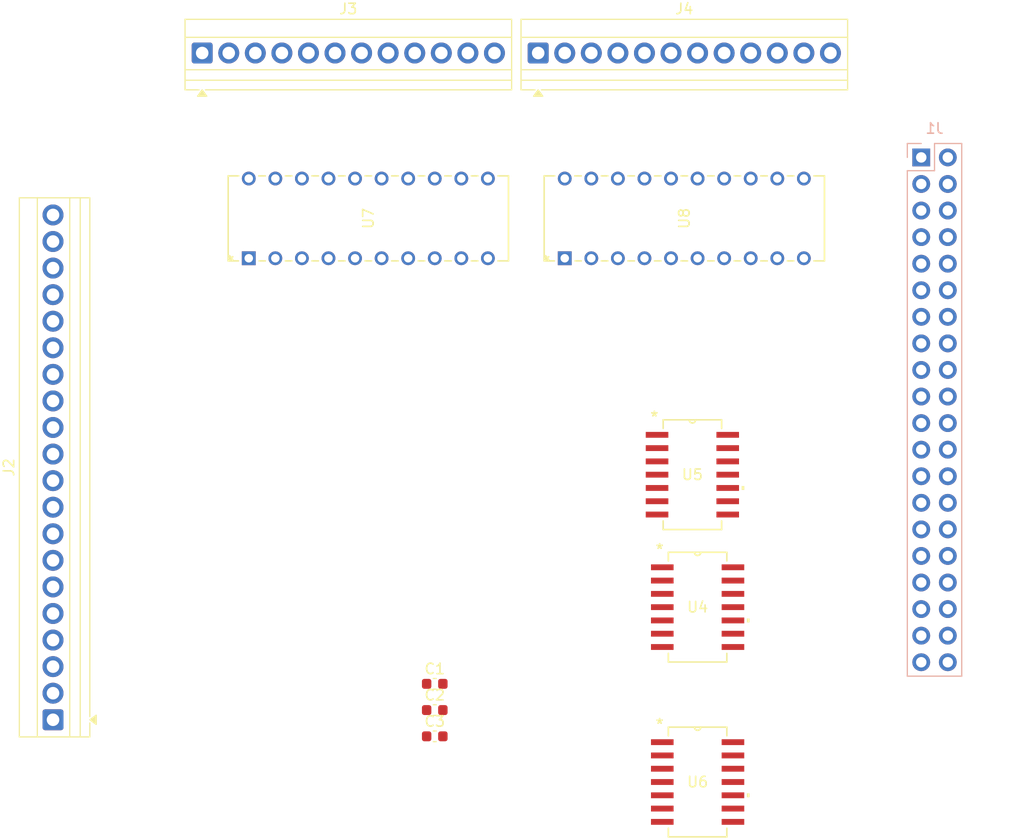
<source format=kicad_pcb>
(kicad_pcb (version 20241229) (generator "pcbnew") (generator_version "9.0")
  (layers (0 "F.Cu" signal) (2 "B.Cu" signal) (13 "F.Paste" user) (15 "B.Paste" user) (5 "F.SilkS" user "F.Silkscreen") (7 "B.SilkS" user "B.Silkscreen") (1 "F.Mask" user) (3 "B.Mask" user) (25 "Edge.Cuts" user))
  (net 0 "")
  (net 1 "GND")
  (net 2 "VCC")
  (net 5 "/cs3")
  (net 9 "/ls2")
  (net 13 "/cs1")
  (net 16 "/SCLK")
  (net 17 "/ls8")
  (net 21 "/ls9")
  (net 22 "/ls5")
  (net 24 "/ls6")
  (net 25 "/ls7")
  (net 28 "/ls3")
  (net 29 "/ls1")
  (net 34 "/cs2")
  (net 35 "/ls4")
  (net 36 "/SDI")
  (net 39 "/u3_w3")
  (net 40 "/u3_w6")
  (net 41 "/u2_w5")
  (net 42 "/u2_w3")
  (net 43 "/u1_w1")
  (net 44 "/u2_w2")
  (net 45 "/u1_w3")
  (net 46 "/u3_w1")
  (net 47 "/u3_w2")
  (net 48 "/u1_w2")
  (net 49 "/u2_w4")
  (net 50 "/u3_w5")
  (net 51 "/u1_w4")
  (net 52 "/u1_w5")
  (net 53 "/u1_w6")
  (net 54 "/u2_w1")
  (net 55 "/u2_w6")
  (net 56 "/u3_w4")
  (net 57 "/nc1")
  (net 58 "/no4")
  (net 59 "/nc4")
  (net 60 "/no3")
  (net 61 "/no2")
  (net 62 "/oc2")
  (net 63 "/no1")
  (net 64 "/nc3")
  (net 65 "/nc2")
  (net 66 "/oc4")
  (net 67 "/oc1")
  (net 68 "/nc7")
  (net 69 "/no5")
  (net 70 "/nc8")
  (net 71 "/oc8")
  (net 72 "/nc6")
  (net 73 "/no6")
  (net 74 "/no7")
  (net 75 "/oc7")
  (net 76 "/no8")
  (net 77 "/oc5")
  (net 78 "/nc5")
  (net 79 "/oc6")
  (net 80 "/sw1")
  (net 81 "/sw3")
  (net 82 "/sw2")
  (net 83 "/sw4")
  (net 84 "/sw5")
  (net 85 "/sw8")
  (net 86 "/sw7")
  (net 87 "/sw6")
  (footprint "asshat_lib:SN74AHCT125NSR_NS14" (layer "F.Cu") (at 148.6218 91.4736)
    (property "Reference" "U4" (at 0 0 0) (layer "F.SilkS"))
    (property "Value" "74AHCT125")
    (fp_line (start -2.794 -5.2451) (end -2.794 -4.42214) (stroke (width 0.1524)) (layer "F.SilkS"))
    (fp_line (start -2.794 4.42214) (end -2.794 5.2451) (stroke (width 0.1524)) (layer "F.SilkS"))
    (fp_line (start -2.794 5.2451) (end 2.794 5.2451) (stroke (width 0.1524)) (layer "F.SilkS"))
    (fp_line (start 2.794 -5.2451) (end -2.794 -5.2451) (stroke (width 0.1524)) (layer "F.SilkS"))
    (fp_line (start 2.794 -4.42214) (end 2.794 -5.2451) (stroke (width 0.1524)) (layer "F.SilkS"))
    (fp_line (start 2.794 5.2451) (end 2.794 4.42214) (stroke (width 0.1524)) (layer "F.SilkS"))
    (fp_arc (start 0.3048 -5.2451) (mid 0 -4.9403) (end -0.3048 -5.2451) (stroke (width 0.1524)) (layer "F.SilkS"))
    (fp_poly (pts (xy 4.9657 1.0795) (xy 4.9657 1.4605) (xy 4.7117 1.4605) (xy 4.7117 1.0795)) (fill yes) (layer "F.SilkS"))
    (fp_text user "*" (at -3.6322 -5.5118 0) (layer "F.SilkS"))
    (fp_text user "*" (at -3.6322 -5.5118 0) (layer "F.SilkS"))
    (pad "1" smd rect (at -3.3782 -3.81) (size 2.159 0.5588) (layers "F.Cu" "F.Mask" "F.Paste"))
    (pad "2" smd rect (at -3.3782 -2.54) (size 2.159 0.5588) (layers "F.Cu" "F.Mask" "F.Paste"))
    (pad "3" smd rect (at -3.3782 -1.27) (size 2.159 0.5588) (layers "F.Cu" "F.Mask" "F.Paste"))
    (pad "4" smd rect (at -3.3782 0) (size 2.159 0.5588) (layers "F.Cu" "F.Mask" "F.Paste"))
    (pad "5" smd rect (at -3.3782 1.27) (size 2.159 0.5588) (layers "F.Cu" "F.Mask" "F.Paste"))
    (pad "6" smd rect (at -3.3782 2.54) (size 2.159 0.5588) (layers "F.Cu" "F.Mask" "F.Paste"))
    (pad "7" smd rect (at -3.3782 3.81) (size 2.159 0.5588) (layers "F.Cu" "F.Mask" "F.Paste") (net 1 "GND"))
    (pad "8" smd rect (at 3.3782 3.81) (size 2.159 0.5588) (layers "F.Cu" "F.Mask" "F.Paste"))
    (pad "9" smd rect (at 3.3782 2.54) (size 2.159 0.5588) (layers "F.Cu" "F.Mask" "F.Paste"))
    (pad "10" smd rect (at 3.3782 1.27) (size 2.159 0.5588) (layers "F.Cu" "F.Mask" "F.Paste"))
    (pad "11" smd rect (at 3.3782 0) (size 2.159 0.5588) (layers "F.Cu" "F.Mask" "F.Paste"))
    (pad "12" smd rect (at 3.3782 -1.27) (size 2.159 0.5588) (layers "F.Cu" "F.Mask" "F.Paste"))
    (pad "13" smd rect (at 3.3782 -2.54) (size 2.159 0.5588) (layers "F.Cu" "F.Mask" "F.Paste"))
    (pad "14" smd rect (at 3.3782 -3.81) (size 2.159 0.5588) (layers "F.Cu" "F.Mask" "F.Paste") (net 2 "VCC"))
  )
  (footprint "Capacitor_SMD:C_0603_1608Metric" (layer "F.Cu") (at 123.4932 98.8033)
    (property "Reference" "C1" (at 0 -1.43 0) (layer "F.SilkS"))
    (property "Value" "C")
    (fp_line (start -0.14058 -0.51) (end 0.14058 -0.51) (stroke (width 0.12)) (layer "F.SilkS"))
    (fp_line (start -0.14058 0.51) (end 0.14058 0.51) (stroke (width 0.12)) (layer "F.SilkS"))
    (pad "1" smd roundrect (at -0.775 0) (size 0.9 0.95) (layers "F.Cu" "F.Mask" "F.Paste") (net 2 "VCC"))
    (pad "2" smd roundrect (at 0.775 0) (size 0.9 0.95) (layers "F.Cu" "F.Mask" "F.Paste") (net 1 "GND"))
  )
  (footprint "TerminalBlock:TerminalBlock_Xinya_XY308-2.54-20P_1x20_P2.54mm_Horizontal" (layer "F.Cu") (at 87 102.24 90)
    (property "Reference" "J2" (at 24.13 -4.22 90) (layer "F.SilkS"))
    (property "Value" "Screw_Terminal_01x20")
    (fp_line (start 49.9 -3.22) (end 49.9 3.52) (stroke (width 0.12)) (layer "F.SilkS"))
    (fp_line (start -1.64 -3.22) (end 49.9 -3.22) (stroke (width 0.12)) (layer "F.SilkS"))
    (fp_line (start -1.64 -1.5) (end 49.9 -1.5) (stroke (width 0.12)) (layer "F.SilkS"))
    (fp_line (start -1.64 1.6) (end 49.9 1.6) (stroke (width 0.12)) (layer "F.SilkS"))
    (fp_line (start -1.64 2.6) (end 49.9 2.6) (stroke (width 0.12)) (layer "F.SilkS"))
    (fp_line (start 49.9 3.52) (end 0.3 3.52) (stroke (width 0.12)) (layer "F.SilkS"))
    (fp_line (start -0.3 3.52) (end -1.64 3.52) (stroke (width 0.12)) (layer "F.SilkS"))
    (fp_line (start -1.64 3.52) (end -1.64 -3.22) (stroke (width 0.12)) (layer "F.SilkS"))
    (fp_poly (pts (xy 0 3.52) (xy 0.44 4.13) (xy -0.44 4.13)) (stroke (width 0.12)) (fill yes) (layer "F.SilkS"))
    (pad "1" thru_hole roundrect (at 0 0 90) (size 2 2) (drill 1.2) (layers "*.Cu" "*.Mask") (roundrect_rratio 0.125) (net 1 "GND"))
    (pad "2" thru_hole circle (at 2.54 0 90) (size 2 2) (drill 1.2) (layers "*.Cu" "*.Mask") (net 43 "/u1_w1"))
    (pad "3" thru_hole circle (at 5.08 0 90) (size 2 2) (drill 1.2) (layers "*.Cu" "*.Mask") (net 48 "/u1_w2"))
    (pad "4" thru_hole circle (at 7.62 0 90) (size 2 2) (drill 1.2) (layers "*.Cu" "*.Mask") (net 45 "/u1_w3"))
    (pad "5" thru_hole circle (at 10.16 0 90) (size 2 2) (drill 1.2) (layers "*.Cu" "*.Mask") (net 51 "/u1_w4"))
    (pad "6" thru_hole circle (at 12.7 0 90) (size 2 2) (drill 1.2) (layers "*.Cu" "*.Mask") (net 52 "/u1_w5"))
    (pad "7" thru_hole circle (at 15.24 0 90) (size 2 2) (drill 1.2) (layers "*.Cu" "*.Mask") (net 53 "/u1_w6"))
    (pad "8" thru_hole circle (at 17.78 0 90) (size 2 2) (drill 1.2) (layers "*.Cu" "*.Mask") (net 54 "/u2_w1"))
    (pad "9" thru_hole circle (at 20.32 0 90) (size 2 2) (drill 1.2) (layers "*.Cu" "*.Mask") (net 44 "/u2_w2"))
    (pad "10" thru_hole circle (at 22.86 0 90) (size 2 2) (drill 1.2) (layers "*.Cu" "*.Mask") (net 42 "/u2_w3"))
    (pad "11" thru_hole circle (at 25.4 0 90) (size 2 2) (drill 1.2) (layers "*.Cu" "*.Mask") (net 49 "/u2_w4"))
    (pad "12" thru_hole circle (at 27.94 0 90) (size 2 2) (drill 1.2) (layers "*.Cu" "*.Mask") (net 41 "/u2_w5"))
    (pad "13" thru_hole circle (at 30.48 0 90) (size 2 2) (drill 1.2) (layers "*.Cu" "*.Mask") (net 55 "/u2_w6"))
    (pad "14" thru_hole circle (at 33.02 0 90) (size 2 2) (drill 1.2) (layers "*.Cu" "*.Mask") (net 46 "/u3_w1"))
    (pad "15" thru_hole circle (at 35.56 0 90) (size 2 2) (drill 1.2) (layers "*.Cu" "*.Mask") (net 47 "/u3_w2"))
    (pad "16" thru_hole circle (at 38.1 0 90) (size 2 2) (drill 1.2) (layers "*.Cu" "*.Mask") (net 39 "/u3_w3"))
    (pad "17" thru_hole circle (at 40.64 0 90) (size 2 2) (drill 1.2) (layers "*.Cu" "*.Mask") (net 56 "/u3_w4"))
    (pad "18" thru_hole circle (at 43.18 0 90) (size 2 2) (drill 1.2) (layers "*.Cu" "*.Mask") (net 50 "/u3_w5"))
    (pad "19" thru_hole circle (at 45.72 0 90) (size 2 2) (drill 1.2) (layers "*.Cu" "*.Mask") (net 40 "/u3_w6"))
    (pad "20" thru_hole circle (at 48.26 0 90) (size 2 2) (drill 1.2) (layers "*.Cu" "*.Mask") (net 1 "GND"))
  )
  (footprint "TerminalBlock:TerminalBlock_Xinya_XY308-2.54-12P_1x12_P2.54mm_Horizontal" (layer "F.Cu") (at 101.26 38.5)
    (property "Reference" "J3" (at 13.97 -4.22 0) (layer "F.SilkS"))
    (property "Value" "Screw_Terminal_01x12")
    (fp_line (start -1.64 -3.22) (end 29.58 -3.22) (stroke (width 0.12)) (layer "F.SilkS"))
    (fp_line (start -1.64 -1.5) (end 29.58 -1.5) (stroke (width 0.12)) (layer "F.SilkS"))
    (fp_line (start -1.64 1.6) (end 29.58 1.6) (stroke (width 0.12)) (layer "F.SilkS"))
    (fp_line (start -1.64 2.6) (end 29.58 2.6) (stroke (width 0.12)) (layer "F.SilkS"))
    (fp_line (start -1.64 3.52) (end -1.64 -3.22) (stroke (width 0.12)) (layer "F.SilkS"))
    (fp_line (start -0.3 3.52) (end -1.64 3.52) (stroke (width 0.12)) (layer "F.SilkS"))
    (fp_line (start 29.58 -3.22) (end 29.58 3.52) (stroke (width 0.12)) (layer "F.SilkS"))
    (fp_line (start 29.58 3.52) (end 0.3 3.52) (stroke (width 0.12)) (layer "F.SilkS"))
    (fp_poly (pts (xy 0 3.52) (xy 0.44 4.13) (xy -0.44 4.13)) (stroke (width 0.12)) (fill yes) (layer "F.SilkS"))
    (pad "1" thru_hole roundrect (at 0 0) (size 2 2) (drill 1.2) (layers "*.Cu" "*.Mask") (roundrect_rratio 0.125) (net 67 "/oc1"))
    (pad "2" thru_hole circle (at 2.54 0) (size 2 2) (drill 1.2) (layers "*.Cu" "*.Mask") (net 57 "/nc1"))
    (pad "3" thru_hole circle (at 5.08 0) (size 2 2) (drill 1.2) (layers "*.Cu" "*.Mask") (net 63 "/no1"))
    (pad "4" thru_hole circle (at 7.62 0) (size 2 2) (drill 1.2) (layers "*.Cu" "*.Mask") (net 62 "/oc2"))
    (pad "5" thru_hole circle (at 10.16 0) (size 2 2) (drill 1.2) (layers "*.Cu" "*.Mask") (net 65 "/nc2"))
    (pad "6" thru_hole circle (at 12.7 0) (size 2 2) (drill 1.2) (layers "*.Cu" "*.Mask") (net 61 "/no2"))
    (pad "7" thru_hole circle (at 15.24 0) (size 2 2) (drill 1.2) (layers "*.Cu" "*.Mask") (net 64 "/nc3"))
    (pad "8" thru_hole circle (at 17.78 0) (size 2 2) (drill 1.2) (layers "*.Cu" "*.Mask") (net 64 "/nc3"))
    (pad "9" thru_hole circle (at 20.32 0) (size 2 2) (drill 1.2) (layers "*.Cu" "*.Mask") (net 60 "/no3"))
    (pad "10" thru_hole circle (at 22.86 0) (size 2 2) (drill 1.2) (layers "*.Cu" "*.Mask") (net 66 "/oc4"))
    (pad "11" thru_hole circle (at 25.4 0) (size 2 2) (drill 1.2) (layers "*.Cu" "*.Mask") (net 59 "/nc4"))
    (pad "12" thru_hole circle (at 27.94 0) (size 2 2) (drill 1.2) (layers "*.Cu" "*.Mask") (net 58 "/no4"))
  )
  (footprint "asshat_lib:MAX333CPP_" (layer "F.Cu") (at 105.7132 58.12 90)
    (property "Reference" "U7" (at 3.81 11.43 90) (layer "F.SilkS"))
    (property "Value" "MAX333A")
    (fp_line (start 7.874 -1.9685) (end -0.254 -1.9685) (stroke (width 0.1524)) (layer "F.SilkS"))
    (fp_line (start -0.254 -1.9685) (end -0.254 -0.99314) (stroke (width 0.1524)) (layer "F.SilkS"))
    (fp_line (start 7.874 -0.96011) (end 7.874 -1.9685) (stroke (width 0.1524)) (layer "F.SilkS"))
    (fp_line (start -0.254 0.99314) (end -0.254 1.57989) (stroke (width 0.1524)) (layer "F.SilkS"))
    (fp_line (start 7.874 1.57989) (end 7.874 0.96011) (stroke (width 0.1524)) (layer "F.SilkS"))
    (fp_line (start -0.254 3.50011) (end -0.254 4.11989) (stroke (width 0.1524)) (layer "F.SilkS"))
    (fp_line (start 7.874 4.11989) (end 7.874 3.50011) (stroke (width 0.1524)) (layer "F.SilkS"))
    (fp_line (start -0.254 6.04011) (end -0.254 6.65989) (stroke (width 0.1524)) (layer "F.SilkS"))
    (fp_line (start 7.874 6.65989) (end 7.874 6.04011) (stroke (width 0.1524)) (layer "F.SilkS"))
    (fp_line (start -0.254 8.58011) (end -0.254 9.19989) (stroke (width 0.1524)) (layer "F.SilkS"))
    (fp_line (start 7.874 9.19989) (end 7.874 8.58011) (stroke (width 0.1524)) (layer "F.SilkS"))
    (fp_line (start -0.254 11.12011) (end -0.254 11.73989) (stroke (width 0.1524)) (layer "F.SilkS"))
    (fp_line (start 7.874 11.73989) (end 7.874 11.12011) (stroke (width 0.1524)) (layer "F.SilkS"))
    (fp_line (start -0.254 13.66011) (end -0.254 14.27989) (stroke (width 0.1524)) (layer "F.SilkS"))
    (fp_line (start 7.874 14.27989) (end 7.874 13.66011) (stroke (width 0.1524)) (layer "F.SilkS"))
    (fp_line (start -0.254 16.20011) (end -0.254 16.81989) (stroke (width 0.1524)) (layer "F.SilkS"))
    (fp_line (start 7.874 16.81989) (end 7.874 16.20011) (stroke (width 0.1524)) (layer "F.SilkS"))
    (fp_line (start -0.254 18.74011) (end -0.254 19.35989) (stroke (width 0.1524)) (layer "F.SilkS"))
    (fp_line (start 7.874 19.35989) (end 7.874 18.74011) (stroke (width 0.1524)) (layer "F.SilkS"))
    (fp_line (start -0.254 21.28011) (end -0.254 21.89989) (stroke (width 0.1524)) (layer "F.SilkS"))
    (fp_line (start 7.874 21.89989) (end 7.874 21.28011) (stroke (width 0.1524)) (layer "F.SilkS"))
    (fp_line (start -0.254 23.82011) (end -0.254 24.8285) (stroke (width 0.1524)) (layer "F.SilkS"))
    (fp_line (start 7.874 24.8285) (end 7.874 23.82011) (stroke (width 0.1524)) (layer "F.SilkS"))
    (fp_line (start -0.254 24.8285) (end 7.874 24.8285) (stroke (width 0.1524)) (layer "F.SilkS"))
    (fp_text user "*" (at 0 -1.4224 90) (layer "F.SilkS"))
    (fp_text user "*" (at 0 -1.4224 90) (layer "F.SilkS"))
    (pad "1" thru_hole rect (at 0 0 90) (size 1.3208 1.3208) (drill 0.8128) (layers "*.Cu" "*.Mask") (net 80 "/sw1"))
    (pad "2" thru_hole circle (at 0 2.54 90) (size 1.3208 1.3208) (drill 0.8128) (layers "*.Cu" "*.Mask") (net 63 "/no1"))
    (pad "3" thru_hole circle (at 0 5.08 90) (size 1.3208 1.3208) (drill 0.8128) (layers "*.Cu" "*.Mask") (net 67 "/oc1"))
    (pad "4" thru_hole circle (at 0 7.62 90) (size 1.3208 1.3208) (drill 0.8128) (layers "*.Cu" "*.Mask") (net 57 "/nc1"))
    (pad "5" thru_hole circle (at 0 10.16 90) (size 1.3208 1.3208) (drill 0.8128) (layers "*.Cu" "*.Mask") (net 1 "GND"))
    (pad "6" thru_hole circle (at 0 12.7 90) (size 1.3208 1.3208) (drill 0.8128) (layers "*.Cu" "*.Mask") (net 1 "GND"))
    (pad "7" thru_hole circle (at 0 15.24 90) (size 1.3208 1.3208) (drill 0.8128) (layers "*.Cu" "*.Mask") (net 65 "/nc2"))
    (pad "8" thru_hole circle (at 0 17.78 90) (size 1.3208 1.3208) (drill 0.8128) (layers "*.Cu" "*.Mask") (net 62 "/oc2"))
    (pad "9" thru_hole circle (at 0 20.32 90) (size 1.3208 1.3208) (drill 0.8128) (layers "*.Cu" "*.Mask") (net 61 "/no2"))
    (pad "10" thru_hole circle (at 0 22.86 90) (size 1.3208 1.3208) (drill 0.8128) (layers "*.Cu" "*.Mask") (net 82 "/sw2"))
    (pad "11" thru_hole circle (at 7.62 22.86 90) (size 1.3208 1.3208) (drill 0.8128) (layers "*.Cu" "*.Mask") (net 81 "/sw3"))
    (pad "12" thru_hole circle (at 7.62 20.32 90) (size 1.3208 1.3208) (drill 0.8128) (layers "*.Cu" "*.Mask") (net 60 "/no3"))
    (pad "13" thru_hole circle (at 7.62 17.78 90) (size 1.3208 1.3208) (drill 0.8128) (layers "*.Cu" "*.Mask") (net 64 "/nc3"))
    (pad "14" thru_hole circle (at 7.62 15.24 90) (size 1.3208 1.3208) (drill 0.8128) (layers "*.Cu" "*.Mask") (net 64 "/nc3"))
    (pad "15" thru_hole circle (at 7.62 12.7 90) (size 1.3208 1.3208) (drill 0.8128) (layers "*.Cu" "*.Mask"))
    (pad "16" thru_hole circle (at 7.62 10.16 90) (size 1.3208 1.3208) (drill 0.8128) (layers "*.Cu" "*.Mask") (net 2 "VCC"))
    (pad "17" thru_hole circle (at 7.62 7.62 90) (size 1.3208 1.3208) (drill 0.8128) (layers "*.Cu" "*.Mask") (net 59 "/nc4"))
    (pad "18" thru_hole circle (at 7.62 5.08 90) (size 1.3208 1.3208) (drill 0.8128) (layers "*.Cu" "*.Mask") (net 66 "/oc4"))
    (pad "19" thru_hole circle (at 7.62 2.54 90) (size 1.3208 1.3208) (drill 0.8128) (layers "*.Cu" "*.Mask") (net 58 "/no4"))
    (pad "20" thru_hole circle (at 7.62 0 90) (size 1.3208 1.3208) (drill 0.8128) (layers "*.Cu" "*.Mask") (net 83 "/sw4"))
  )
  (footprint "TerminalBlock:TerminalBlock_Xinya_XY308-2.54-12P_1x12_P2.54mm_Horizontal" (layer "F.Cu") (at 133.38 38.5)
    (property "Reference" "J4" (at 13.97 -4.22 0) (layer "F.SilkS"))
    (property "Value" "Screw_Terminal_01x12")
    (fp_line (start -1.64 -3.22) (end 29.58 -3.22) (stroke (width 0.12)) (layer "F.SilkS"))
    (fp_line (start -1.64 -1.5) (end 29.58 -1.5) (stroke (width 0.12)) (layer "F.SilkS"))
    (fp_line (start -1.64 1.6) (end 29.58 1.6) (stroke (width 0.12)) (layer "F.SilkS"))
    (fp_line (start -1.64 2.6) (end 29.58 2.6) (stroke (width 0.12)) (layer "F.SilkS"))
    (fp_line (start -1.64 3.52) (end -1.64 -3.22) (stroke (width 0.12)) (layer "F.SilkS"))
    (fp_line (start -0.3 3.52) (end -1.64 3.52) (stroke (width 0.12)) (layer "F.SilkS"))
    (fp_line (start 29.58 -3.22) (end 29.58 3.52) (stroke (width 0.12)) (layer "F.SilkS"))
    (fp_line (start 29.58 3.52) (end 0.3 3.52) (stroke (width 0.12)) (layer "F.SilkS"))
    (fp_poly (pts (xy 0 3.52) (xy 0.44 4.13) (xy -0.44 4.13)) (stroke (width 0.12)) (fill yes) (layer "F.SilkS"))
    (pad "1" thru_hole roundrect (at 0 0) (size 2 2) (drill 1.2) (layers "*.Cu" "*.Mask") (roundrect_rratio 0.125) (net 77 "/oc5"))
    (pad "2" thru_hole circle (at 2.54 0) (size 2 2) (drill 1.2) (layers "*.Cu" "*.Mask") (net 78 "/nc5"))
    (pad "3" thru_hole circle (at 5.08 0) (size 2 2) (drill 1.2) (layers "*.Cu" "*.Mask") (net 69 "/no5"))
    (pad "4" thru_hole circle (at 7.62 0) (size 2 2) (drill 1.2) (layers "*.Cu" "*.Mask") (net 79 "/oc6"))
    (pad "5" thru_hole circle (at 10.16 0) (size 2 2) (drill 1.2) (layers "*.Cu" "*.Mask") (net 72 "/nc6"))
    (pad "6" thru_hole circle (at 12.7 0) (size 2 2) (drill 1.2) (layers "*.Cu" "*.Mask") (net 73 "/no6"))
    (pad "7" thru_hole circle (at 15.24 0) (size 2 2) (drill 1.2) (layers "*.Cu" "*.Mask") (net 75 "/oc7"))
    (pad "8" thru_hole circle (at 17.78 0) (size 2 2) (drill 1.2) (layers "*.Cu" "*.Mask") (net 68 "/nc7"))
    (pad "9" thru_hole circle (at 20.32 0) (size 2 2) (drill 1.2) (layers "*.Cu" "*.Mask") (net 74 "/no7"))
    (pad "10" thru_hole circle (at 22.86 0) (size 2 2) (drill 1.2) (layers "*.Cu" "*.Mask") (net 71 "/oc8"))
    (pad "11" thru_hole circle (at 25.4 0) (size 2 2) (drill 1.2) (layers "*.Cu" "*.Mask") (net 70 "/nc8"))
    (pad "12" thru_hole circle (at 27.94 0) (size 2 2) (drill 1.2) (layers "*.Cu" "*.Mask") (net 76 "/no8"))
  )
  (footprint "asshat_lib:SN74AHCT125NSR_NS14" (layer "F.Cu") (at 148.1218 78.81)
    (property "Reference" "U5" (at 0 0 0) (layer "F.SilkS"))
    (property "Value" "74AHCT125")
    (fp_line (start -2.794 -5.2451) (end -2.794 -4.42214) (stroke (width 0.1524)) (layer "F.SilkS"))
    (fp_line (start -2.794 4.42214) (end -2.794 5.2451) (stroke (width 0.1524)) (layer "F.SilkS"))
    (fp_line (start -2.794 5.2451) (end 2.794 5.2451) (stroke (width 0.1524)) (layer "F.SilkS"))
    (fp_line (start 2.794 -5.2451) (end -2.794 -5.2451) (stroke (width 0.1524)) (layer "F.SilkS"))
    (fp_line (start 2.794 -4.42214) (end 2.794 -5.2451) (stroke (width 0.1524)) (layer "F.SilkS"))
    (fp_line (start 2.794 5.2451) (end 2.794 4.42214) (stroke (width 0.1524)) (layer "F.SilkS"))
    (fp_arc (start 0.3048 -5.2451) (mid 0 -4.9403) (end -0.3048 -5.2451) (stroke (width 0.1524)) (layer "F.SilkS"))
    (fp_poly (pts (xy 4.9657 1.0795) (xy 4.9657 1.4605) (xy 4.7117 1.4605) (xy 4.7117 1.0795)) (fill yes) (layer "F.SilkS"))
    (fp_text user "*" (at -3.6322 -5.5118 0) (layer "F.SilkS"))
    (fp_text user "*" (at -3.6322 -5.5118 0) (layer "F.SilkS"))
    (pad "1" smd rect (at -3.3782 -3.81) (size 2.159 0.5588) (layers "F.Cu" "F.Mask" "F.Paste") (net 1 "GND"))
    (pad "2" smd rect (at -3.3782 -2.54) (size 2.159 0.5588) (layers "F.Cu" "F.Mask" "F.Paste") (net 29 "/ls1"))
    (pad "3" smd rect (at -3.3782 -1.27) (size 2.159 0.5588) (layers "F.Cu" "F.Mask" "F.Paste") (net 80 "/sw1"))
    (pad "4" smd rect (at -3.3782 0) (size 2.159 0.5588) (layers "F.Cu" "F.Mask" "F.Paste") (net 1 "GND"))
    (pad "5" smd rect (at -3.3782 1.27) (size 2.159 0.5588) (layers "F.Cu" "F.Mask" "F.Paste") (net 9 "/ls2"))
    (pad "6" smd rect (at -3.3782 2.54) (size 2.159 0.5588) (layers "F.Cu" "F.Mask" "F.Paste") (net 82 "/sw2"))
    (pad "7" smd rect (at -3.3782 3.81) (size 2.159 0.5588) (layers "F.Cu" "F.Mask" "F.Paste") (net 1 "GND"))
    (pad "8" smd rect (at 3.3782 3.81) (size 2.159 0.5588) (layers "F.Cu" "F.Mask" "F.Paste") (net 81 "/sw3"))
    (pad "9" smd rect (at 3.3782 2.54) (size 2.159 0.5588) (layers "F.Cu" "F.Mask" "F.Paste") (net 28 "/ls3"))
    (pad "10" smd rect (at 3.3782 1.27) (size 2.159 0.5588) (layers "F.Cu" "F.Mask" "F.Paste") (net 1 "GND"))
    (pad "11" smd rect (at 3.3782 0) (size 2.159 0.5588) (layers "F.Cu" "F.Mask" "F.Paste") (net 83 "/sw4"))
    (pad "12" smd rect (at 3.3782 -1.27) (size 2.159 0.5588) (layers "F.Cu" "F.Mask" "F.Paste") (net 35 "/ls4"))
    (pad "13" smd rect (at 3.3782 -2.54) (size 2.159 0.5588) (layers "F.Cu" "F.Mask" "F.Paste") (net 1 "GND"))
    (pad "14" smd rect (at 3.3782 -3.81) (size 2.159 0.5588) (layers "F.Cu" "F.Mask" "F.Paste") (net 2 "VCC"))
  )
  (footprint "asshat_lib:SN74AHCT125NSR_NS14" (layer "F.Cu") (at 148.6218 108.19)
    (property "Reference" "U6" (at 0 0 0) (layer "F.SilkS"))
    (property "Value" "74AHCT125")
    (fp_line (start -2.794 -5.2451) (end -2.794 -4.42214) (stroke (width 0.1524)) (layer "F.SilkS"))
    (fp_line (start -2.794 4.42214) (end -2.794 5.2451) (stroke (width 0.1524)) (layer "F.SilkS"))
    (fp_line (start -2.794 5.2451) (end 2.794 5.2451) (stroke (width 0.1524)) (layer "F.SilkS"))
    (fp_line (start 2.794 -5.2451) (end -2.794 -5.2451) (stroke (width 0.1524)) (layer "F.SilkS"))
    (fp_line (start 2.794 -4.42214) (end 2.794 -5.2451) (stroke (width 0.1524)) (layer "F.SilkS"))
    (fp_line (start 2.794 5.2451) (end 2.794 4.42214) (stroke (width 0.1524)) (layer "F.SilkS"))
    (fp_arc (start 0.3048 -5.2451) (mid 0 -4.9403) (end -0.3048 -5.2451) (stroke (width 0.1524)) (layer "F.SilkS"))
    (fp_poly (pts (xy 4.9657 1.0795) (xy 4.9657 1.4605) (xy 4.7117 1.4605) (xy 4.7117 1.0795)) (fill yes) (layer "F.SilkS"))
    (fp_text user "*" (at -3.6322 -5.5118 0) (layer "F.SilkS"))
    (fp_text user "*" (at -3.6322 -5.5118 0) (layer "F.SilkS"))
    (pad "1" smd rect (at -3.3782 -3.81) (size 2.159 0.5588) (layers "F.Cu" "F.Mask" "F.Paste") (net 1 "GND"))
    (pad "2" smd rect (at -3.3782 -2.54) (size 2.159 0.5588) (layers "F.Cu" "F.Mask" "F.Paste") (net 22 "/ls5"))
    (pad "3" smd rect (at -3.3782 -1.27) (size 2.159 0.5588) (layers "F.Cu" "F.Mask" "F.Paste") (net 84 "/sw5"))
    (pad "4" smd rect (at -3.3782 0) (size 2.159 0.5588) (layers "F.Cu" "F.Mask" "F.Paste") (net 1 "GND"))
    (pad "5" smd rect (at -3.3782 1.27) (size 2.159 0.5588) (layers "F.Cu" "F.Mask" "F.Paste") (net 24 "/ls6"))
    (pad "6" smd rect (at -3.3782 2.54) (size 2.159 0.5588) (layers "F.Cu" "F.Mask" "F.Paste") (net 87 "/sw6"))
    (pad "7" smd rect (at -3.3782 3.81) (size 2.159 0.5588) (layers "F.Cu" "F.Mask" "F.Paste") (net 1 "GND"))
    (pad "8" smd rect (at 3.3782 3.81) (size 2.159 0.5588) (layers "F.Cu" "F.Mask" "F.Paste") (net 86 "/sw7"))
    (pad "9" smd rect (at 3.3782 2.54) (size 2.159 0.5588) (layers "F.Cu" "F.Mask" "F.Paste") (net 25 "/ls7"))
    (pad "10" smd rect (at 3.3782 1.27) (size 2.159 0.5588) (layers "F.Cu" "F.Mask" "F.Paste") (net 1 "GND"))
    (pad "11" smd rect (at 3.3782 0) (size 2.159 0.5588) (layers "F.Cu" "F.Mask" "F.Paste") (net 85 "/sw8"))
    (pad "12" smd rect (at 3.3782 -1.27) (size 2.159 0.5588) (layers "F.Cu" "F.Mask" "F.Paste") (net 17 "/ls8"))
    (pad "13" smd rect (at 3.3782 -2.54) (size 2.159 0.5588) (layers "F.Cu" "F.Mask" "F.Paste") (net 1 "GND"))
    (pad "14" smd rect (at 3.3782 -3.81) (size 2.159 0.5588) (layers "F.Cu" "F.Mask" "F.Paste") (net 2 "VCC"))
  )
  (footprint "Capacitor_SMD:C_0603_1608Metric" (layer "F.Cu") (at 123.4932 103.8233)
    (property "Reference" "C3" (at 0 -1.43 0) (layer "F.SilkS"))
    (property "Value" "C")
    (fp_line (start -0.14058 -0.51) (end 0.14058 -0.51) (stroke (width 0.12)) (layer "F.SilkS"))
    (fp_line (start -0.14058 0.51) (end 0.14058 0.51) (stroke (width 0.12)) (layer "F.SilkS"))
    (pad "1" smd roundrect (at -0.775 0) (size 0.9 0.95) (layers "F.Cu" "F.Mask" "F.Paste") (net 1 "GND"))
    (pad "2" smd roundrect (at 0.775 0) (size 0.9 0.95) (layers "F.Cu" "F.Mask" "F.Paste") (net 2 "VCC"))
  )
  (footprint "asshat_lib:MAX333CPP_" (layer "F.Cu") (at 135.92 58.12 90)
    (property "Reference" "U8" (at 3.81 11.43 90) (layer "F.SilkS"))
    (property "Value" "MAX333")
    (fp_line (start 7.874 -1.9685) (end -0.254 -1.9685) (stroke (width 0.1524)) (layer "F.SilkS"))
    (fp_line (start -0.254 -1.9685) (end -0.254 -0.99314) (stroke (width 0.1524)) (layer "F.SilkS"))
    (fp_line (start 7.874 -0.96011) (end 7.874 -1.9685) (stroke (width 0.1524)) (layer "F.SilkS"))
    (fp_line (start -0.254 0.99314) (end -0.254 1.57989) (stroke (width 0.1524)) (layer "F.SilkS"))
    (fp_line (start 7.874 1.57989) (end 7.874 0.96011) (stroke (width 0.1524)) (layer "F.SilkS"))
    (fp_line (start -0.254 3.50011) (end -0.254 4.11989) (stroke (width 0.1524)) (layer "F.SilkS"))
    (fp_line (start 7.874 4.11989) (end 7.874 3.50011) (stroke (width 0.1524)) (layer "F.SilkS"))
    (fp_line (start -0.254 6.04011) (end -0.254 6.65989) (stroke (width 0.1524)) (layer "F.SilkS"))
    (fp_line (start 7.874 6.65989) (end 7.874 6.04011) (stroke (width 0.1524)) (layer "F.SilkS"))
    (fp_line (start -0.254 8.58011) (end -0.254 9.19989) (stroke (width 0.1524)) (layer "F.SilkS"))
    (fp_line (start 7.874 9.19989) (end 7.874 8.58011) (stroke (width 0.1524)) (layer "F.SilkS"))
    (fp_line (start -0.254 11.12011) (end -0.254 11.73989) (stroke (width 0.1524)) (layer "F.SilkS"))
    (fp_line (start 7.874 11.73989) (end 7.874 11.12011) (stroke (width 0.1524)) (layer "F.SilkS"))
    (fp_line (start -0.254 13.66011) (end -0.254 14.27989) (stroke (width 0.1524)) (layer "F.SilkS"))
    (fp_line (start 7.874 14.27989) (end 7.874 13.66011) (stroke (width 0.1524)) (layer "F.SilkS"))
    (fp_line (start -0.254 16.20011) (end -0.254 16.81989) (stroke (width 0.1524)) (layer "F.SilkS"))
    (fp_line (start 7.874 16.81989) (end 7.874 16.20011) (stroke (width 0.1524)) (layer "F.SilkS"))
    (fp_line (start -0.254 18.74011) (end -0.254 19.35989) (stroke (width 0.1524)) (layer "F.SilkS"))
    (fp_line (start 7.874 19.35989) (end 7.874 18.74011) (stroke (width 0.1524)) (layer "F.SilkS"))
    (fp_line (start -0.254 21.28011) (end -0.254 21.89989) (stroke (width 0.1524)) (layer "F.SilkS"))
    (fp_line (start 7.874 21.89989) (end 7.874 21.28011) (stroke (width 0.1524)) (layer "F.SilkS"))
    (fp_line (start -0.254 23.82011) (end -0.254 24.8285) (stroke (width 0.1524)) (layer "F.SilkS"))
    (fp_line (start 7.874 24.8285) (end 7.874 23.82011) (stroke (width 0.1524)) (layer "F.SilkS"))
    (fp_line (start -0.254 24.8285) (end 7.874 24.8285) (stroke (width 0.1524)) (layer "F.SilkS"))
    (fp_text user "*" (at 0 -1.4224 90) (layer "F.SilkS"))
    (fp_text user "*" (at 0 -1.4224 90) (layer "F.SilkS"))
    (pad "1" thru_hole rect (at 0 0 90) (size 1.3208 1.3208) (drill 0.8128) (layers "*.Cu" "*.Mask") (net 84 "/sw5"))
    (pad "2" thru_hole circle (at 0 2.54 90) (size 1.3208 1.3208) (drill 0.8128) (layers "*.Cu" "*.Mask") (net 69 "/no5"))
    (pad "3" thru_hole circle (at 0 5.08 90) (size 1.3208 1.3208) (drill 0.8128) (layers "*.Cu" "*.Mask") (net 77 "/oc5"))
    (pad "4" thru_hole circle (at 0 7.62 90) (size 1.3208 1.3208) (drill 0.8128) (layers "*.Cu" "*.Mask") (net 78 "/nc5"))
    (pad "5" thru_hole circle (at 0 10.16 90) (size 1.3208 1.3208) (drill 0.8128) (layers "*.Cu" "*.Mask") (net 1 "GND"))
    (pad "6" thru_hole circle (at 0 12.7 90) (size 1.3208 1.3208) (drill 0.8128) (layers "*.Cu" "*.Mask") (net 1 "GND"))
    (pad "7" thru_hole circle (at 0 15.24 90) (size 1.3208 1.3208) (drill 0.8128) (layers "*.Cu" "*.Mask") (net 72 "/nc6"))
    (pad "8" thru_hole circle (at 0 17.78 90) (size 1.3208 1.3208) (drill 0.8128) (layers "*.Cu" "*.Mask") (net 79 "/oc6"))
    (pad "9" thru_hole circle (at 0 20.32 90) (size 1.3208 1.3208) (drill 0.8128) (layers "*.Cu" "*.Mask") (net 73 "/no6"))
    (pad "10" thru_hole circle (at 0 22.86 90) (size 1.3208 1.3208) (drill 0.8128) (layers "*.Cu" "*.Mask") (net 87 "/sw6"))
    (pad "11" thru_hole circle (at 7.62 22.86 90) (size 1.3208 1.3208) (drill 0.8128) (layers "*.Cu" "*.Mask") (net 86 "/sw7"))
    (pad "12" thru_hole circle (at 7.62 20.32 90) (size 1.3208 1.3208) (drill 0.8128) (layers "*.Cu" "*.Mask") (net 74 "/no7"))
    (pad "13" thru_hole circle (at 7.62 17.78 90) (size 1.3208 1.3208) (drill 0.8128) (layers "*.Cu" "*.Mask") (net 75 "/oc7"))
    (pad "14" thru_hole circle (at 7.62 15.24 90) (size 1.3208 1.3208) (drill 0.8128) (layers "*.Cu" "*.Mask") (net 68 "/nc7"))
    (pad "15" thru_hole circle (at 7.62 12.7 90) (size 1.3208 1.3208) (drill 0.8128) (layers "*.Cu" "*.Mask"))
    (pad "16" thru_hole circle (at 7.62 10.16 90) (size 1.3208 1.3208) (drill 0.8128) (layers "*.Cu" "*.Mask") (net 2 "VCC"))
    (pad "17" thru_hole circle (at 7.62 7.62 90) (size 1.3208 1.3208) (drill 0.8128) (layers "*.Cu" "*.Mask") (net 70 "/nc8"))
    (pad "18" thru_hole circle (at 7.62 5.08 90) (size 1.3208 1.3208) (drill 0.8128) (layers "*.Cu" "*.Mask") (net 71 "/oc8"))
    (pad "19" thru_hole circle (at 7.62 2.54 90) (size 1.3208 1.3208) (drill 0.8128) (layers "*.Cu" "*.Mask") (net 76 "/no8"))
    (pad "20" thru_hole circle (at 7.62 0 90) (size 1.3208 1.3208) (drill 0.8128) (layers "*.Cu" "*.Mask") (net 85 "/sw8"))
  )
  (footprint "Capacitor_SMD:C_0603_1608Metric" (layer "F.Cu") (at 123.4932 101.3133)
    (property "Reference" "C2" (at 0 -1.43 0) (layer "F.SilkS"))
    (property "Value" "C")
    (fp_line (start -0.14058 -0.51) (end 0.14058 -0.51) (stroke (width 0.12)) (layer "F.SilkS"))
    (fp_line (start -0.14058 0.51) (end 0.14058 0.51) (stroke (width 0.12)) (layer "F.SilkS"))
    (pad "1" smd roundrect (at -0.775 0) (size 0.9 0.95) (layers "F.Cu" "F.Mask" "F.Paste") (net 1 "GND"))
    (pad "2" smd roundrect (at 0.775 0) (size 0.9 0.95) (layers "F.Cu" "F.Mask" "F.Paste") (net 2 "VCC"))
  )
  (footprint "Connector_PinSocket_2.54mm:PinSocket_2x20_P2.54mm_Vertical" (layer "B.Cu") (at 170 48.48 180)
    (property "Reference" "J1" (at -1.27 2.77 0) (layer "B.SilkS") (effects (justify mirror)))
    (property "Value" "Conn_02x20_Odd_Even")
    (fp_line (start 1.33 1.33) (end 1.33 0) (stroke (width 0.12)) (layer "B.SilkS"))
    (fp_line (start 1.33 -1.27) (end 1.33 -49.59) (stroke (width 0.12)) (layer "B.SilkS"))
    (fp_line (start 0 1.33) (end 1.33 1.33) (stroke (width 0.12)) (layer "B.SilkS"))
    (fp_line (start -1.27 1.33) (end -1.27 -1.27) (stroke (width 0.12)) (layer "B.SilkS"))
    (fp_line (start -1.27 -1.27) (end 1.33 -1.27) (stroke (width 0.12)) (layer "B.SilkS"))
    (fp_line (start -3.87 1.33) (end -1.27 1.33) (stroke (width 0.12)) (layer "B.SilkS"))
    (fp_line (start -3.87 1.33) (end -3.87 -49.59) (stroke (width 0.12)) (layer "B.SilkS"))
    (fp_line (start -3.87 -49.59) (end 1.33 -49.59) (stroke (width 0.12)) (layer "B.SilkS"))
    (pad "1" thru_hole rect (at 0 0 180) (size 1.7 1.7) (drill 1) (layers "*.Cu" "*.Mask"))
    (pad "2" thru_hole circle (at -2.54 0 180) (size 1.7 1.7) (drill 1) (layers "*.Cu" "*.Mask") (net 2 "VCC"))
    (pad "3" thru_hole circle (at 0 -2.54 180) (size 1.7 1.7) (drill 1) (layers "*.Cu" "*.Mask"))
    (pad "4" thru_hole circle (at -2.54 -2.54 180) (size 1.7 1.7) (drill 1) (layers "*.Cu" "*.Mask") (net 2 "VCC"))
    (pad "5" thru_hole circle (at 0 -5.08 180) (size 1.7 1.7) (drill 1) (layers "*.Cu" "*.Mask"))
    (pad "6" thru_hole circle (at -2.54 -5.08 180) (size 1.7 1.7) (drill 1) (layers "*.Cu" "*.Mask") (net 1 "GND"))
    (pad "7" thru_hole circle (at 0 -7.62 180) (size 1.7 1.7) (drill 1) (layers "*.Cu" "*.Mask"))
    (pad "8" thru_hole circle (at -2.54 -7.62 180) (size 1.7 1.7) (drill 1) (layers "*.Cu" "*.Mask"))
    (pad "9" thru_hole circle (at 0 -10.16 180) (size 1.7 1.7) (drill 1) (layers "*.Cu" "*.Mask"))
    (pad "10" thru_hole circle (at -2.54 -10.16 180) (size 1.7 1.7) (drill 1) (layers "*.Cu" "*.Mask"))
    (pad "11" thru_hole circle (at 0 -12.7 180) (size 1.7 1.7) (drill 1) (layers "*.Cu" "*.Mask") (net 9 "/ls2"))
    (pad "12" thru_hole circle (at -2.54 -12.7 180) (size 1.7 1.7) (drill 1) (layers "*.Cu" "*.Mask"))
    (pad "13" thru_hole circle (at 0 -15.24 180) (size 1.7 1.7) (drill 1) (layers "*.Cu" "*.Mask") (net 28 "/ls3"))
    (pad "14" thru_hole circle (at -2.54 -15.24 180) (size 1.7 1.7) (drill 1) (layers "*.Cu" "*.Mask"))
    (pad "15" thru_hole circle (at 0 -17.78 180) (size 1.7 1.7) (drill 1) (layers "*.Cu" "*.Mask") (net 35 "/ls4"))
    (pad "16" thru_hole circle (at -2.54 -17.78 180) (size 1.7 1.7) (drill 1) (layers "*.Cu" "*.Mask") (net 13 "/cs1"))
    (pad "17" thru_hole circle (at 0 -20.32 180) (size 1.7 1.7) (drill 1) (layers "*.Cu" "*.Mask"))
    (pad "18" thru_hole circle (at -2.54 -20.32 180) (size 1.7 1.7) (drill 1) (layers "*.Cu" "*.Mask") (net 34 "/cs2"))
    (pad "19" thru_hole circle (at 0 -22.86 180) (size 1.7 1.7) (drill 1) (layers "*.Cu" "*.Mask") (net 36 "/SDI"))
    (pad "20" thru_hole circle (at -2.54 -22.86 180) (size 1.7 1.7) (drill 1) (layers "*.Cu" "*.Mask") (net 5 "/cs3"))
    (pad "21" thru_hole circle (at 0 -25.4 180) (size 1.7 1.7) (drill 1) (layers "*.Cu" "*.Mask"))
    (pad "22" thru_hole circle (at -2.54 -25.4 180) (size 1.7 1.7) (drill 1) (layers "*.Cu" "*.Mask"))
    (pad "23" thru_hole circle (at 0 -27.94 180) (size 1.7 1.7) (drill 1) (layers "*.Cu" "*.Mask") (net 16 "/SCLK"))
    (pad "24" thru_hole circle (at -2.54 -27.94 180) (size 1.7 1.7) (drill 1) (layers "*.Cu" "*.Mask"))
    (pad "25" thru_hole circle (at 0 -30.48 180) (size 1.7 1.7) (drill 1) (layers "*.Cu" "*.Mask"))
    (pad "26" thru_hole circle (at -2.54 -30.48 180) (size 1.7 1.7) (drill 1) (layers "*.Cu" "*.Mask"))
    (pad "27" thru_hole circle (at 0 -33.02 180) (size 1.7 1.7) (drill 1) (layers "*.Cu" "*.Mask"))
    (pad "28" thru_hole circle (at -2.54 -33.02 180) (size 1.7 1.7) (drill 1) (layers "*.Cu" "*.Mask"))
    (pad "29" thru_hole circle (at 0 -35.56 180) (size 1.7 1.7) (drill 1) (layers "*.Cu" "*.Mask") (net 22 "/ls5"))
    (pad "30" thru_hole circle (at -2.54 -35.56 180) (size 1.7 1.7) (drill 1) (layers "*.Cu" "*.Mask"))
    (pad "31" thru_hole circle (at 0 -38.1 180) (size 1.7 1.7) (drill 1) (layers "*.Cu" "*.Mask") (net 24 "/ls6"))
    (pad "32" thru_hole circle (at -2.54 -38.1 180) (size 1.7 1.7) (drill 1) (layers "*.Cu" "*.Mask"))
    (pad "33" thru_hole circle (at 0 -40.64 180) (size 1.7 1.7) (drill 1) (layers "*.Cu" "*.Mask") (net 25 "/ls7"))
    (pad "34" thru_hole circle (at -2.54 -40.64 180) (size 1.7 1.7) (drill 1) (layers "*.Cu" "*.Mask"))
    (pad "35" thru_hole circle (at 0 -43.18 180) (size 1.7 1.7) (drill 1) (layers "*.Cu" "*.Mask") (net 17 "/ls8"))
    (pad "36" thru_hole circle (at -2.54 -43.18 180) (size 1.7 1.7) (drill 1) (layers "*.Cu" "*.Mask") (net 29 "/ls1"))
    (pad "37" thru_hole circle (at 0 -45.72 180) (size 1.7 1.7) (drill 1) (layers "*.Cu" "*.Mask") (net 21 "/ls9"))
    (pad "38" thru_hole circle (at -2.54 -45.72 180) (size 1.7 1.7) (drill 1) (layers "*.Cu" "*.Mask"))
    (pad "39" thru_hole circle (at 0 -48.26 180) (size 1.7 1.7) (drill 1) (layers "*.Cu" "*.Mask") (net 1 "GND"))
    (pad "40" thru_hole circle (at -2.54 -48.26 180) (size 1.7 1.7) (drill 1) (layers "*.Cu" "*.Mask"))
  )
)
</source>
